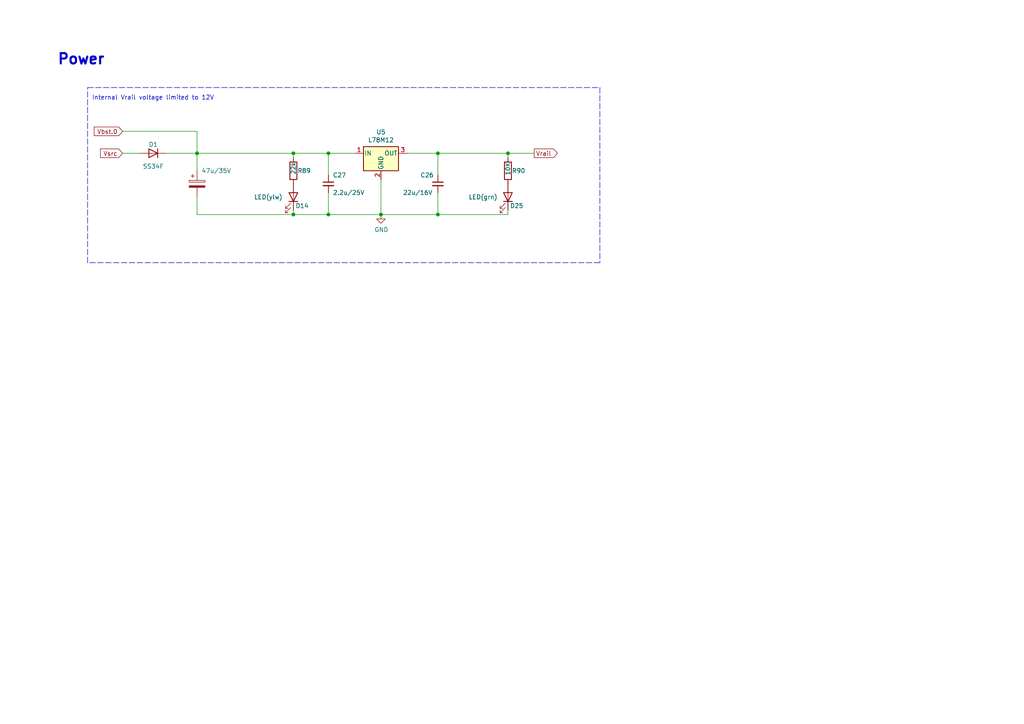
<source format=kicad_sch>
(kicad_sch (version 20250114) (generator "eeschema") (generator_version "9.0")
  (paper "A4")
  (title_block (title "RTB P15 Module") (date "2025-09-04") (rev "2") (company "Frank Schumacher") (comment 1 "Base board") (comment 4 "Licensed under the Apache License, Version 2"))
  (lib_symbols
    (symbol "Device:CP" (pin_numbers (hide yes)) (pin_names (offset 0.254))
      (property "Reference" "C" (at 0.635 2.54 0))
      (property "Value" "Device_CP" (at 0.635 -2.54 0))
      (symbol "CP_0_1"
        (rectangle (start -2.286 0.508) (end 2.286 1.016))
        (polyline (pts (xy -1.778 2.286) (xy -0.762 2.286)))
        (polyline (pts (xy -1.27 2.794) (xy -1.27 1.778)))
        (rectangle (start 2.286 -0.508) (end -2.286 -1.016) (fill (type outline)))
      )
      (symbol "CP_1_1"
        (pin passive line (at 0 3.81 270) (length 2.794) (name "~") (number "1"))
        (pin passive line (at 0 -3.81 90) (length 2.794) (name "~") (number "2"))
      )
    )
    (symbol "Device:C_Small" (pin_numbers (hide yes)) (pin_names (offset 0.254) (hide yes))
      (property "Reference" "C" (at 0.254 1.778 0))
      (property "Value" "C_Small" (at 0.254 -2.032 0))
      (symbol "C_Small_0_1"
        (polyline (pts (xy -1.524 0.508) (xy 1.524 0.508)) (stroke (width 0.3048)))
        (polyline (pts (xy -1.524 -0.508) (xy 1.524 -0.508)) (stroke (width 0.3302)))
      )
      (symbol "C_Small_1_1"
        (pin passive line (at 0 2.54 270) (length 2.032) (name "~") (number "1"))
        (pin passive line (at 0 -2.54 90) (length 2.032) (name "~") (number "2"))
      )
    )
    (symbol "Device:D" (pin_numbers (hide yes)) (pin_names (offset 1.016) (hide yes))
      (property "Reference" "D" (at 0 2.54 0))
      (property "Value" "D" (at 0 -2.54 0))
      (symbol "D_0_1"
        (polyline (pts (xy -1.27 1.27) (xy -1.27 -1.27)) (stroke (width 0.254)))
        (polyline (pts (xy 1.27 1.27) (xy 1.27 -1.27) (xy -1.27 0) (xy 1.27 1.27)) (stroke (width 0.254)))
        (polyline (pts (xy 1.27 0) (xy -1.27 0)))
      )
      (symbol "D_1_1"
        (pin passive line (at -3.81 0 0) (length 2.54) (name "K") (number "1"))
        (pin passive line (at 3.81 0 180) (length 2.54) (name "A") (number "2"))
      )
    )
    (symbol "Device:LED" (pin_numbers (hide yes)) (pin_names (offset 1.016) (hide yes))
      (property "Reference" "D" (at 0 2.54 0))
      (property "Value" "LED" (at 0 -2.54 0))
      (symbol "LED_0_1"
        (polyline (pts (xy -3.048 -0.762) (xy -4.572 -2.286) (xy -3.81 -2.286) (xy -4.572 -2.286) (xy -4.572 -1.524)))
        (polyline (pts (xy -1.778 -0.762) (xy -3.302 -2.286) (xy -2.54 -2.286) (xy -3.302 -2.286) (xy -3.302 -1.524)))
        (polyline (pts (xy -1.27 0) (xy 1.27 0)))
        (polyline (pts (xy -1.27 -1.27) (xy -1.27 1.27)) (stroke (width 0.254)))
        (polyline (pts (xy 1.27 -1.27) (xy 1.27 1.27) (xy -1.27 0) (xy 1.27 -1.27)) (stroke (width 0.254)))
      )
      (symbol "LED_1_1"
        (pin passive line (at -3.81 0 0) (length 2.54) (name "K") (number "1"))
        (pin passive line (at 3.81 0 180) (length 2.54) (name "A") (number "2"))
      )
    )
    (symbol "Device:R" (pin_numbers (hide yes)) (pin_names (offset 0))
      (property "Reference" "R" (at 2.032 0 90))
      (property "Value" "R" (at 0 0 90))
      (symbol "R_0_1"
        (rectangle (start -1.016 -2.54) (end 1.016 2.54) (stroke (width 0.254)))
      )
      (symbol "R_1_1"
        (pin passive line (at 0 3.81 270) (length 1.27) (name "~") (number "1"))
        (pin passive line (at 0 -3.81 90) (length 1.27) (name "~") (number "2"))
      )
    )
    (symbol "Regulator_Linear:L7812" (pin_names (offset 0.254))
      (property "Reference" "U" (at -3.81 3.175 0))
      (property "Value" "L7812" (at 0 3.175 0))
      (symbol "L7812_0_1"
        (rectangle (start -5.08 1.905) (end 5.08 -5.08) (stroke (width 0.254)) (fill (type background)))
      )
      (symbol "L7812_1_1"
        (pin power_in line (at -7.62 0 0) (length 2.54) (name "IN") (number "1"))
        (pin power_in line (at 0 -7.62 90) (length 2.54) (name "GND") (number "2"))
        (pin power_out line (at 7.62 0 180) (length 2.54) (name "OUT") (number "3"))
      )
    )
    (symbol "power:GND" (power) (pin_numbers (hide yes)) (pin_names (offset 0) (hide yes))
      (property "Value" "GND" (at 0 -3.81 0))
      (symbol "GND_0_1"
        (polyline (pts (xy 0 0) (xy 0 -1.27) (xy 1.27 -1.27) (xy 0 -2.54) (xy -1.27 -1.27) (xy 0 -1.27)))
      )
      (symbol "GND_1_1"
        (pin power_in line (at 0 0 270) (length 0) (name "~") (number "1"))
      )
    )
  )
  (text "Power" (at 16.51 19.05 0) (effects (font (size 2.9972 2.9972) (thickness 0.5994) (bold yes)) (justify left bottom)))
  (text "Internal Vrail voltage limited to 12V" (at 26.67 29.21 0) (effects (font (size 1.27 1.27)) (justify left bottom)))
  (junction (at 85.09 44.45))
  (junction (at 147.32 44.45))
  (junction (at 95.25 62.23))
  (junction (at 85.09 62.23))
  (junction (at 57.15 44.45))
  (junction (at 127 44.45))
  (junction (at 127 62.23))
  (junction (at 95.25 44.45))
  (junction (at 110.49 62.23))
  (wire (pts (xy 57.15 44.45) (xy 85.09 44.45)))
  (wire (pts (xy 127 55.88) (xy 127 62.23)))
  (polyline (pts (xy 25.4 76.2) (xy 25.4 25.4)) (stroke (width 0) (type dash)))
  (wire (pts (xy 118.11 44.45) (xy 127 44.45)))
  (wire (pts (xy 127 50.8) (xy 127 44.45)))
  (wire (pts (xy 85.09 62.23) (xy 95.25 62.23)))
  (wire (pts (xy 85.09 60.96) (xy 85.09 62.23)))
  (wire (pts (xy 147.32 44.45) (xy 154.94 44.45)))
  (wire (pts (xy 110.49 52.07) (xy 110.49 62.23)))
  (wire (pts (xy 95.25 62.23) (xy 95.25 55.88)))
  (polyline (pts (xy 25.4 25.4) (xy 173.99 25.4)) (stroke (width 0) (type dash)))
  (wire (pts (xy 95.25 50.8) (xy 95.25 44.45)))
  (wire (pts (xy 48.26 44.45) (xy 57.15 44.45)))
  (wire (pts (xy 57.15 38.1) (xy 57.15 44.45)))
  (wire (pts (xy 110.49 62.23) (xy 127 62.23)))
  (wire (pts (xy 57.15 49.53) (xy 57.15 44.45)))
  (wire (pts (xy 147.32 45.72) (xy 147.32 44.45)))
  (wire (pts (xy 85.09 45.72) (xy 85.09 44.45)))
  (polyline (pts (xy 173.99 76.2) (xy 25.4 76.2)) (stroke (width 0) (type dash)))
  (wire (pts (xy 85.09 62.23) (xy 57.15 62.23)))
  (wire (pts (xy 95.25 44.45) (xy 102.87 44.45)))
  (wire (pts (xy 147.32 60.96) (xy 147.32 62.23)))
  (wire (pts (xy 127 62.23) (xy 147.32 62.23)))
  (wire (pts (xy 57.15 57.15) (xy 57.15 62.23)))
  (wire (pts (xy 85.09 44.45) (xy 95.25 44.45)))
  (wire (pts (xy 35.56 44.45) (xy 40.64 44.45)))
  (wire (pts (xy 35.56 38.1) (xy 57.15 38.1)))
  (wire (pts (xy 110.49 62.23) (xy 95.25 62.23)))
  (polyline (pts (xy 173.99 25.4) (xy 173.99 76.2)) (stroke (width 0) (type dash)))
  (wire (pts (xy 127 44.45) (xy 147.32 44.45)))
  (global_label "Vsrc" (shape input) (at 35.56 44.45 180) (property "Intersheetrefs" "${INTERSHEET_REFS}" (effects (hide yes))))
  (global_label "Vrail" (shape output) (at 154.94 44.45 0) (property "Intersheetrefs" "${INTERSHEET_REFS}" (effects (hide yes))))
  (global_label "Vbst.0" (shape input) (at 35.56 38.1 180) (property "Intersheetrefs" "${INTERSHEET_REFS}" (effects (hide yes))))
  (symbol (lib_id "power:GND") (at 110.49 62.23 0) (unit 1)
    (property "Reference" "#PWR0105" (effects (hide yes)))
    (property "Value" "GND" (at 110.617 66.6242 0))
  )
  (symbol (lib_id "Device:D") (at 44.45 44.45 180) (unit 1)
    (property "Reference" "D1" (at 44.45 41.91 0))
    (property "Value" "SS34F" (at 44.45 48.26 0))
    (property "Footprint" "Diode_SMD:D_SOD-123F" (effects (hide yes)))
    (property "Description" "3A 40V 500uA@40V 550mV@3A 80A Independent SMAF Schottky Diodes" (effects (hide yes)))
    (property "LCSC Part #" "C60396" (effects (hide yes)))
  )
  (symbol (lib_id "Regulator_Linear:L7812") (at 110.49 44.45 0) (unit 1)
    (property "Reference" "U5" (at 110.49 38.3032 0))
    (property "Value" "L78M12" (at 110.49 40.6146 0))
    (property "Footprint" "Package_TO_SOT_SMD:TO-252-2" (effects (hide yes)))
    (property "Description" "12V 700mA Positive Voltage Regulators - Linear" (effects (hide yes)))
    (property "LCSC Part #" "C22357875" (effects (hide yes)))
  )
  (symbol (lib_id "Device:C_Small") (at 95.25 53.34 0) (unit 1)
    (property "Reference" "C27" (at 96.52 50.8 0) (effects (justify left)))
    (property "Value" "2.2u/25V" (at 96.52 55.88 0) (effects (justify left)))
    (property "Footprint" "Capacitor_SMD:C_1206_3216Metric" (effects (hide yes)))
    (property "Description" "2.2uF 50V X7R ±10% 1206 Multilayer Ceramic Capacitors MLCC" (effects (hide yes)))
    (property "LCSC Part #" "C50254" (effects (hide yes)))
  )
  (symbol (lib_id "Device:LED") (at 85.09 57.15 270) (mirror x) (unit 1)
    (property "Reference" "D14" (at 87.63 59.69 90))
    (property "Value" "LED(ylw)" (at 73.66 57.15 90) (effects (justify left)))
    (property "Footprint" "LED_SMD:LED_0603_1608Metric" (effects (hide yes)))
  )
  (symbol (lib_id "Device:R") (at 85.09 49.53 180) (unit 1)
    (property "Reference" "R89" (at 90.17 49.53 0) (effects (justify left)))
    (property "Value" "22k" (at 85.09 46.99 90) (effects (justify left)))
    (property "Footprint" "Resistor_SMD:R_0603_1608Metric" (effects (hide yes)))
    (property "Description" "-55℃~+155℃ 100mW 22kΩ 75V Thick Film Resistor ±1% ±100ppm/℃ 0603 Chip Resistor - Surface Mount ROHS" (effects (hide yes)))
    (property "LCSC Part #" "C31850" (effects (hide yes)))
  )
  (symbol (lib_id "Device:LED") (at 147.32 57.15 270) (mirror x) (unit 1)
    (property "Reference" "D25" (at 149.86 59.69 90))
    (property "Value" "LED(grn)" (at 135.89 57.15 90) (effects (justify left)))
    (property "Footprint" "LED_SMD:LED_0603_1608Metric" (effects (hide yes)))
  )
  (symbol (lib_id "Device:R") (at 147.32 49.53 180) (unit 1)
    (property "Reference" "R90" (at 152.4 49.53 0) (effects (justify left)))
    (property "Value" "10K" (at 147.32 46.99 90) (effects (justify left)))
    (property "Footprint" "Resistor_SMD:R_0603_1608Metric" (effects (hide yes)))
    (property "Description" "-55℃~+155℃ 100mW 10kΩ 75V Thick Film Resistor ±1% ±100ppm/℃ 0603 Chip Resistor - Surface Mount ROHS" (effects (hide yes)))
    (property "LCSC Part #" "C25804" (effects (hide yes)))
  )
  (symbol (lib_id "Device:CP") (at 57.15 53.34 0) (unit 1)
    (property "Reference" "C15" (effects (hide yes)))
    (property "Value" "47u/35V" (at 58.42 49.53 0) (effects (justify left)))
    (property "Footprint" "Capacitor_Tantalum_SMD:CP_EIA-7343-43_Kemet-X" (effects (hide yes)))
    (property "Description" "100uF 25V 40mΩ@100kHz ±20% CASE-D-7343 Tantalum Capacitors" (effects (hide yes)))
    (property "LCSC Part #" "C696814" (effects (hide yes)))
  )
  (symbol (lib_id "Device:C_Small") (at 127 53.34 0) (unit 1)
    (property "Reference" "C26" (at 121.92 50.8 0) (effects (justify left)))
    (property "Value" "22u/16V" (at 116.84 55.88 0) (effects (justify left)))
    (property "Footprint" "Capacitor_SMD:C_1206_3216Metric" (effects (hide yes)))
    (property "Description" "22uF 25V X5R ±10% 1206 Multilayer Ceramic Capacitors MLCC" (effects (hide yes)))
    (property "LCSC Part #" "C12891" (effects (hide yes)))
  )
)
</source>
